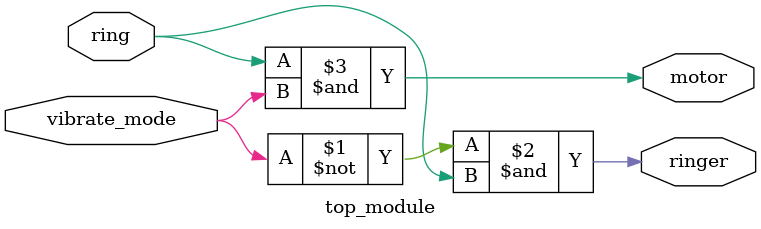
<source format=v>
module top_module (
    input ring,
    input vibrate_mode,
    output ringer,       // Make sound
    output motor         // Vibrate
);
    assign ringer = ~vibrate_mode & ring;
    assign motor = ring&vibrate_mode;

endmodule
</source>
